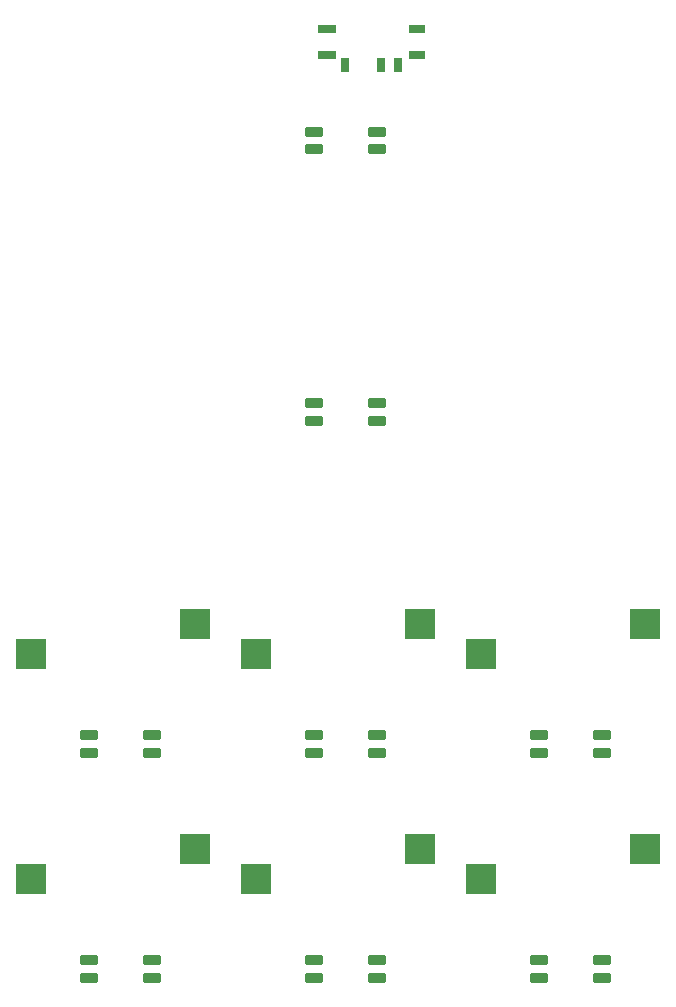
<source format=gbp>
%TF.GenerationSoftware,KiCad,Pcbnew,(6.0.4)*%
%TF.CreationDate,2022-04-07T14:17:58+02:00*%
%TF.ProjectId,Little Big Scroll 6,4c697474-6c65-4204-9269-67205363726f,v1.01*%
%TF.SameCoordinates,Original*%
%TF.FileFunction,Paste,Bot*%
%TF.FilePolarity,Positive*%
%FSLAX46Y46*%
G04 Gerber Fmt 4.6, Leading zero omitted, Abs format (unit mm)*
G04 Created by KiCad (PCBNEW (6.0.4)) date 2022-04-07 14:17:58*
%MOMM*%
%LPD*%
G01*
G04 APERTURE LIST*
G04 Aperture macros list*
%AMRoundRect*
0 Rectangle with rounded corners*
0 $1 Rounding radius*
0 $2 $3 $4 $5 $6 $7 $8 $9 X,Y pos of 4 corners*
0 Add a 4 corners polygon primitive as box body*
4,1,4,$2,$3,$4,$5,$6,$7,$8,$9,$2,$3,0*
0 Add four circle primitives for the rounded corners*
1,1,$1+$1,$2,$3*
1,1,$1+$1,$4,$5*
1,1,$1+$1,$6,$7*
1,1,$1+$1,$8,$9*
0 Add four rect primitives between the rounded corners*
20,1,$1+$1,$2,$3,$4,$5,0*
20,1,$1+$1,$4,$5,$6,$7,0*
20,1,$1+$1,$6,$7,$8,$9,0*
20,1,$1+$1,$8,$9,$2,$3,0*%
G04 Aperture macros list end*
%ADD10R,2.550000X2.500000*%
%ADD11RoundRect,0.082000X-0.668000X0.328000X-0.668000X-0.328000X0.668000X-0.328000X0.668000X0.328000X0*%
%ADD12RoundRect,0.082000X0.668000X-0.328000X0.668000X0.328000X-0.668000X0.328000X-0.668000X-0.328000X0*%
%ADD13R,0.800000X1.200000*%
%ADD14R,1.400000X0.800000*%
%ADD15R,1.500000X0.800000*%
G04 APERTURE END LIST*
D10*
X83660000Y-100620000D03*
X97510000Y-98080000D03*
X102710000Y-100620000D03*
X116560000Y-98080000D03*
X121760000Y-100620000D03*
X135610000Y-98080000D03*
X83660000Y-119670000D03*
X97510000Y-117130000D03*
X102710000Y-119670000D03*
X116560000Y-117130000D03*
X121760000Y-119670000D03*
X135610000Y-117130000D03*
D11*
X93870000Y-107489999D03*
X93870000Y-108989999D03*
X88570000Y-108989999D03*
X88570000Y-107489999D03*
X107620000Y-107489999D03*
X107620000Y-108989999D03*
X112920000Y-108989999D03*
X112920000Y-107489999D03*
X126670000Y-107489999D03*
X126670000Y-108989999D03*
X131970000Y-108989999D03*
X131970000Y-107489999D03*
X88570000Y-126539999D03*
X88570000Y-128039999D03*
X93870000Y-128039999D03*
X93870000Y-126539999D03*
X107620000Y-126539999D03*
X107620000Y-128039999D03*
X112920000Y-128039999D03*
X112920000Y-126539999D03*
X126670000Y-126539999D03*
X126670000Y-128039999D03*
X131970000Y-128039999D03*
X131970000Y-126539999D03*
D12*
X112920000Y-57870001D03*
X112920000Y-56370001D03*
X107620000Y-56370001D03*
X107620000Y-57870001D03*
X112920000Y-80865001D03*
X112920000Y-79365001D03*
X107620000Y-79365001D03*
X107620000Y-80865001D03*
D13*
X110240000Y-50750000D03*
X113240000Y-50750000D03*
X114740000Y-50750000D03*
D14*
X116340000Y-47650000D03*
D15*
X108690000Y-47650000D03*
D14*
X116340000Y-49850000D03*
D15*
X108690000Y-49850000D03*
M02*

</source>
